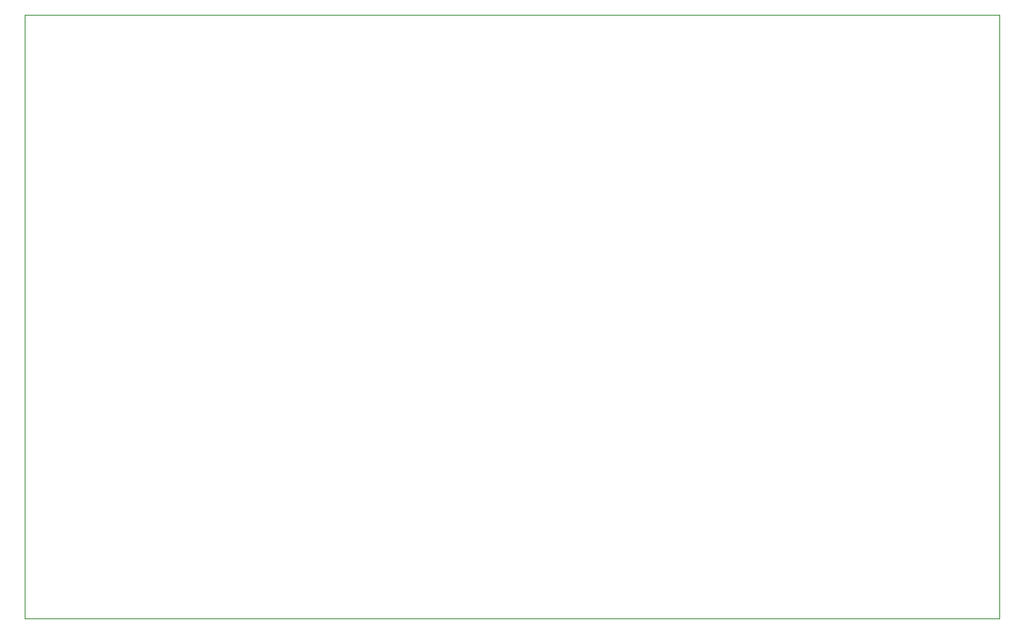
<source format=gbr>
G04 #@! TF.GenerationSoftware,KiCad,Pcbnew,5.1.3-ffb9f22~84~ubuntu16.04.1*
G04 #@! TF.CreationDate,2019-07-26T20:33:55+02:00*
G04 #@! TF.ProjectId,Raspberry-I2C-LCD-and-Keypad,52617370-6265-4727-9279-2d4932432d4c,rev?*
G04 #@! TF.SameCoordinates,Original*
G04 #@! TF.FileFunction,Profile,NP*
%FSLAX46Y46*%
G04 Gerber Fmt 4.6, Leading zero omitted, Abs format (unit mm)*
G04 Created by KiCad (PCBNEW 5.1.3-ffb9f22~84~ubuntu16.04.1) date 2019-07-26 20:33:55*
%MOMM*%
%LPD*%
G04 APERTURE LIST*
%ADD10C,0.050000*%
G04 APERTURE END LIST*
D10*
X191770000Y-69850000D02*
X91440000Y-69850000D01*
X191770000Y-132080000D02*
X191770000Y-69850000D01*
X91440000Y-132080000D02*
X191770000Y-132080000D01*
X91440000Y-69850000D02*
X91440000Y-132080000D01*
M02*

</source>
